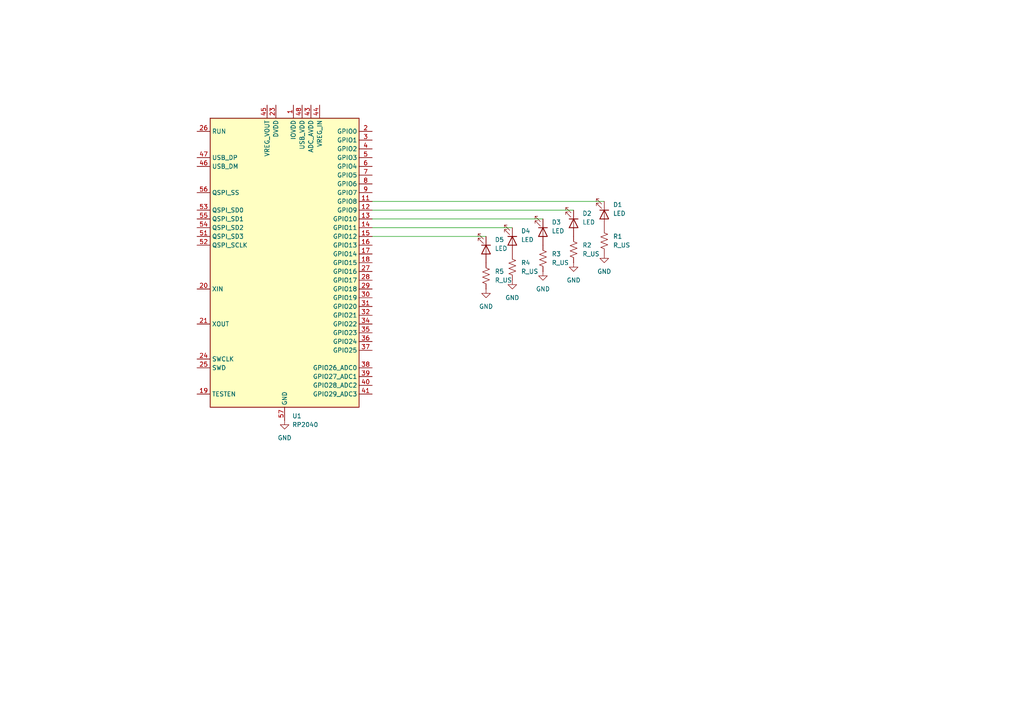
<source format=kicad_sch>
(kicad_sch (version 20231120) (generator "eeschema") (generator_version "8.0")
  (paper "A4")
  (lib_symbols
    (symbol "Device:LED" (pin_numbers hide) (pin_names (offset 1.016) hide)
      (property "Reference" "D" (at 0 2.54 0))
      (property "Value" "LED" (at 0 -2.54 0))
      (symbol "LED_0_1"
        (polyline (pts (xy -1.27 -1.27) (xy -1.27 1.27)) (stroke (width 0.254)))
        (polyline (pts (xy -1.27 0) (xy 1.27 0)))
        (polyline (pts (xy 1.27 -1.27) (xy 1.27 1.27) (xy -1.27 0) (xy 1.27 -1.27)) (stroke (width 0.254)))
        (polyline (pts (xy -3.048 -0.762) (xy -4.572 -2.286) (xy -3.81 -2.286) (xy -4.572 -2.286) (xy -4.572 -1.524)))
        (polyline (pts (xy -1.778 -0.762) (xy -3.302 -2.286) (xy -2.54 -2.286) (xy -3.302 -2.286) (xy -3.302 -1.524)))
      )
      (symbol "LED_1_1"
        (pin passive line (at -3.81 0 0) (length 2.54) (name "K") (number "1"))
        (pin passive line (at 3.81 0 180) (length 2.54) (name "A") (number "2"))
      )
    )
    (symbol "Device:R_US" (pin_numbers hide) (pin_names (offset 0))
      (property "Reference" "R" (at 2.54 0 90))
      (property "Value" "R_US" (at -2.54 0 90))
      (symbol "R_US_0_1"
        (polyline (pts (xy 0 -2.286) (xy 0 -2.54)))
        (polyline (pts (xy 0 2.286) (xy 0 2.54)))
        (polyline (pts (xy 0 -0.762) (xy 1.016 -1.143) (xy 0 -1.524) (xy -1.016 -1.905) (xy 0 -2.286)))
        (polyline (pts (xy 0 0.762) (xy 1.016 0.381) (xy 0 0) (xy -1.016 -0.381) (xy 0 -0.762)))
        (polyline (pts (xy 0 2.286) (xy 1.016 1.905) (xy 0 1.524) (xy -1.016 1.143) (xy 0 0.762)))
      )
      (symbol "R_US_1_1"
        (pin passive line (at 0 3.81 270) (length 1.27) (name "~") (number "1"))
        (pin passive line (at 0 -3.81 90) (length 1.27) (name "~") (number "2"))
      )
    )
    (symbol "MCU_RaspberryPi:RP2040"
      (property "Reference" "U" (at 17.78 45.72 0))
      (property "Value" "RP2040" (at 17.78 43.18 0))
      (symbol "RP2040_0_1"
        (rectangle (start -21.59 41.91) (end 21.59 -41.91) (stroke (width 0.254)) (fill (type background)))
      )
      (symbol "RP2040_1_1"
        (pin power_in line (at 2.54 45.72 270) (length 3.81) (name "IOVDD") (number "1"))
        (pin passive line (at 2.54 45.72 270) (length 3.81) hide (name "IOVDD") (number "10"))
        (pin bidirectional line (at 25.4 17.78 180) (length 3.81) (name "GPIO8") (number "11"))
        (pin bidirectional line (at 25.4 15.24 180) (length 3.81) (name "GPIO9") (number "12"))
        (pin bidirectional line (at 25.4 12.7 180) (length 3.81) (name "GPIO10") (number "13"))
        (pin bidirectional line (at 25.4 10.16 180) (length 3.81) (name "GPIO11") (number "14"))
        (pin bidirectional line (at 25.4 7.62 180) (length 3.81) (name "GPIO12") (number "15"))
        (pin bidirectional line (at 25.4 5.08 180) (length 3.81) (name "GPIO13") (number "16"))
        (pin bidirectional line (at 25.4 2.54 180) (length 3.81) (name "GPIO14") (number "17"))
        (pin bidirectional line (at 25.4 0 180) (length 3.81) (name "GPIO15") (number "18"))
        (pin input line (at -25.4 -38.1 0) (length 3.81) (name "TESTEN") (number "19"))
        (pin bidirectional line (at 25.4 38.1 180) (length 3.81) (name "GPIO0") (number "2"))
        (pin input line (at -25.4 -7.62 0) (length 3.81) (name "XIN") (number "20"))
        (pin passive line (at -25.4 -17.78 0) (length 3.81) (name "XOUT") (number "21"))
        (pin passive line (at 2.54 45.72 270) (length 3.81) hide (name "IOVDD") (number "22"))
        (pin power_in line (at -2.54 45.72 270) (length 3.81) (name "DVDD") (number "23"))
        (pin input line (at -25.4 -27.94 0) (length 3.81) (name "SWCLK") (number "24"))
        (pin bidirectional line (at -25.4 -30.48 0) (length 3.81) (name "SWD") (number "25"))
        (pin input line (at -25.4 38.1 0) (length 3.81) (name "RUN") (number "26"))
        (pin bidirectional line (at 25.4 -2.54 180) (length 3.81) (name "GPIO16") (number "27"))
        (pin bidirectional line (at 25.4 -5.08 180) (length 3.81) (name "GPIO17") (number "28"))
        (pin bidirectional line (at 25.4 -7.62 180) (length 3.81) (name "GPIO18") (number "29"))
        (pin bidirectional line (at 25.4 35.56 180) (length 3.81) (name "GPIO1") (number "3"))
        (pin bidirectional line (at 25.4 -10.16 180) (length 3.81) (name "GPIO19") (number "30"))
        (pin bidirectional line (at 25.4 -12.7 180) (length 3.81) (name "GPIO20") (number "31"))
        (pin bidirectional line (at 25.4 -15.24 180) (length 3.81) (name "GPIO21") (number "32"))
        (pin passive line (at 2.54 45.72 270) (length 3.81) hide (name "IOVDD") (number "33"))
        (pin bidirectional line (at 25.4 -17.78 180) (length 3.81) (name "GPIO22") (number "34"))
        (pin bidirectional line (at 25.4 -20.32 180) (length 3.81) (name "GPIO23") (number "35"))
        (pin bidirectional line (at 25.4 -22.86 180) (length 3.81) (name "GPIO24") (number "36"))
        (pin bidirectional line (at 25.4 -25.4 180) (length 3.81) (name "GPIO25") (number "37"))
        (pin bidirectional line (at 25.4 -30.48 180) (length 3.81) (name "GPIO26_ADC0") (number "38"))
        (pin bidirectional line (at 25.4 -33.02 180) (length 3.81) (name "GPIO27_ADC1") (number "39"))
        (pin bidirectional line (at 25.4 33.02 180) (length 3.81) (name "GPIO2") (number "4"))
        (pin bidirectional line (at 25.4 -35.56 180) (length 3.81) (name "GPIO28_ADC2") (number "40"))
        (pin bidirectional line (at 25.4 -38.1 180) (length 3.81) (name "GPIO29_ADC3") (number "41"))
        (pin passive line (at 2.54 45.72 270) (length 3.81) hide (name "IOVDD") (number "42"))
        (pin power_in line (at 7.62 45.72 270) (length 3.81) (name "ADC_AVDD") (number "43"))
        (pin power_in line (at 10.16 45.72 270) (length 3.81) (name "VREG_IN") (number "44"))
        (pin power_out line (at -5.08 45.72 270) (length 3.81) (name "VREG_VOUT") (number "45"))
        (pin bidirectional line (at -25.4 27.94 0) (length 3.81) (name "USB_DM") (number "46"))
        (pin bidirectional line (at -25.4 30.48 0) (length 3.81) (name "USB_DP") (number "47"))
        (pin power_in line (at 5.08 45.72 270) (length 3.81) (name "USB_VDD") (number "48"))
        (pin passive line (at 2.54 45.72 270) (length 3.81) hide (name "IOVDD") (number "49"))
        (pin bidirectional line (at 25.4 30.48 180) (length 3.81) (name "GPIO3") (number "5"))
        (pin passive line (at -2.54 45.72 270) (length 3.81) hide (name "DVDD") (number "50"))
        (pin bidirectional line (at -25.4 7.62 0) (length 3.81) (name "QSPI_SD3") (number "51"))
        (pin output line (at -25.4 5.08 0) (length 3.81) (name "QSPI_SCLK") (number "52"))
        (pin bidirectional line (at -25.4 15.24 0) (length 3.81) (name "QSPI_SD0") (number "53"))
        (pin bidirectional line (at -25.4 10.16 0) (length 3.81) (name "QSPI_SD2") (number "54"))
        (pin bidirectional line (at -25.4 12.7 0) (length 3.81) (name "QSPI_SD1") (number "55"))
        (pin bidirectional line (at -25.4 20.32 0) (length 3.81) (name "QSPI_SS") (number "56"))
        (pin power_in line (at 0 -45.72 90) (length 3.81) (name "GND") (number "57"))
        (pin bidirectional line (at 25.4 27.94 180) (length 3.81) (name "GPIO4") (number "6"))
        (pin bidirectional line (at 25.4 25.4 180) (length 3.81) (name "GPIO5") (number "7"))
        (pin bidirectional line (at 25.4 22.86 180) (length 3.81) (name "GPIO6") (number "8"))
        (pin bidirectional line (at 25.4 20.32 180) (length 3.81) (name "GPIO7") (number "9"))
      )
    )
    (symbol "power:GND" (power) (pin_numbers hide) (pin_names (offset 0) hide)
      (property "Value" "GND" (at 0 -3.81 0))
      (symbol "GND_0_1"
        (polyline (pts (xy 0 0) (xy 0 -1.27) (xy 1.27 -1.27) (xy 0 -2.54) (xy -1.27 -1.27) (xy 0 -1.27)))
      )
      (symbol "GND_1_1"
        (pin power_in line (at 0 0 270) (length 0) (name "~") (number "1"))
      )
    )
  )
  (wire (pts (xy 107.95 60.96) (xy 166.37 60.96)))
  (wire (pts (xy 107.95 68.58) (xy 140.97 68.58)))
  (wire (pts (xy 107.95 66.04) (xy 148.59 66.04)))
  (wire (pts (xy 107.95 58.42) (xy 175.26 58.42)))
  (wire (pts (xy 107.95 63.5) (xy 157.48 63.5)))
  (symbol (lib_id "Device:R_US") (at 157.48 74.93 0) (unit 1)
    (property "Reference" "R3" (at 160.02 73.6599 0) (effects (justify left)))
    (property "Value" "R_US" (at 160.02 76.1999 0) (effects (justify left)))
    (property "Description" "Resistor, US symbol" (effects (hide yes)))
  )
  (symbol (lib_id "power:GND") (at 166.37 76.2 0) (unit 1)
    (property "Reference" "#PWR03" (effects (hide yes)))
    (property "Value" "GND" (at 166.37 81.28 0))
    (property "Description" "Power symbol creates a global label with name \"GND\" , ground" (effects (hide yes)))
  )
  (symbol (lib_id "power:GND") (at 148.59 81.28 0) (unit 1)
    (property "Reference" "#PWR05" (effects (hide yes)))
    (property "Value" "GND" (at 148.59 86.36 0))
    (property "Description" "Power symbol creates a global label with name \"GND\" , ground" (effects (hide yes)))
  )
  (symbol (lib_id "MCU_RaspberryPi:RP2040") (at 82.55 76.2 0) (unit 1)
    (property "Reference" "U1" (at 84.7441 120.65 0) (effects (justify left)))
    (property "Value" "RP2040" (at 84.7441 123.19 0) (effects (justify left)))
    (property "Footprint" "Package_DFN_QFN:QFN-56-1EP_7x7mm_P0.4mm_EP3.2x3.2mm" (effects (hide yes)))
    (property "Datasheet" "https://datasheets.raspberrypi.com/rp2040/rp2040-datasheet.pdf" (effects (hide yes)))
    (property "Description" "A microcontroller by Raspberry Pi" (effects (hide yes)))
  )
  (symbol (lib_id "power:GND") (at 175.26 73.66 0) (unit 1)
    (property "Reference" "#PWR02" (effects (hide yes)))
    (property "Value" "GND" (at 175.26 78.74 0))
    (property "Description" "Power symbol creates a global label with name \"GND\" , ground" (effects (hide yes)))
  )
  (symbol (lib_id "Device:R_US") (at 148.59 77.47 0) (unit 1)
    (property "Reference" "R4" (at 151.13 76.1999 0) (effects (justify left)))
    (property "Value" "R_US" (at 151.13 78.7399 0) (effects (justify left)))
    (property "Description" "Resistor, US symbol" (effects (hide yes)))
  )
  (symbol (lib_id "Device:LED") (at 175.26 62.23 270) (unit 1)
    (property "Reference" "D1" (at 177.8 59.3724 90) (effects (justify left)))
    (property "Value" "LED" (at 177.8 61.9124 90) (effects (justify left)))
    (property "Description" "Light emitting diode" (effects (hide yes)))
  )
  (symbol (lib_id "Device:LED") (at 166.37 64.77 270) (unit 1)
    (property "Reference" "D2" (at 168.91 61.9124 90) (effects (justify left)))
    (property "Value" "LED" (at 168.91 64.4524 90) (effects (justify left)))
    (property "Description" "Light emitting diode" (effects (hide yes)))
  )
  (symbol (lib_id "Device:LED") (at 140.97 72.39 270) (unit 1)
    (property "Reference" "D5" (at 143.51 69.5324 90) (effects (justify left)))
    (property "Value" "LED" (at 143.51 72.0724 90) (effects (justify left)))
    (property "Description" "Light emitting diode" (effects (hide yes)))
  )
  (symbol (lib_id "power:GND") (at 82.55 121.92 0) (unit 1)
    (property "Reference" "#PWR01" (effects (hide yes)))
    (property "Value" "GND" (at 82.55 127 0))
    (property "Description" "Power symbol creates a global label with name \"GND\" , ground" (effects (hide yes)))
  )
  (symbol (lib_id "Device:R_US") (at 175.26 69.85 0) (unit 1)
    (property "Reference" "R1" (at 177.8 68.5799 0) (effects (justify left)))
    (property "Value" "R_US" (at 177.8 71.1199 0) (effects (justify left)))
    (property "Description" "Resistor, US symbol" (effects (hide yes)))
  )
  (symbol (lib_id "Device:LED") (at 148.59 69.85 270) (unit 1)
    (property "Reference" "D4" (at 151.13 66.9924 90) (effects (justify left)))
    (property "Value" "LED" (at 151.13 69.5324 90) (effects (justify left)))
    (property "Description" "Light emitting diode" (effects (hide yes)))
  )
  (symbol (lib_id "power:GND") (at 157.48 78.74 0) (unit 1)
    (property "Reference" "#PWR04" (effects (hide yes)))
    (property "Value" "GND" (at 157.48 83.82 0))
    (property "Description" "Power symbol creates a global label with name \"GND\" , ground" (effects (hide yes)))
  )
  (symbol (lib_id "Device:R_US") (at 166.37 72.39 0) (unit 1)
    (property "Reference" "R2" (at 168.91 71.1199 0) (effects (justify left)))
    (property "Value" "R_US" (at 168.91 73.6599 0) (effects (justify left)))
    (property "Description" "Resistor, US symbol" (effects (hide yes)))
  )
  (symbol (lib_id "power:GND") (at 140.97 83.82 0) (unit 1)
    (property "Reference" "#PWR06" (effects (hide yes)))
    (property "Value" "GND" (at 140.97 88.9 0))
    (property "Description" "Power symbol creates a global label with name \"GND\" , ground" (effects (hide yes)))
  )
  (symbol (lib_id "Device:LED") (at 157.48 67.31 270) (unit 1)
    (property "Reference" "D3" (at 160.02 64.4524 90) (effects (justify left)))
    (property "Value" "LED" (at 160.02 66.9924 90) (effects (justify left)))
    (property "Description" "Light emitting diode" (effects (hide yes)))
  )
  (symbol (lib_id "Device:R_US") (at 140.97 80.01 0) (unit 1)
    (property "Reference" "R5" (at 143.51 78.7399 0) (effects (justify left)))
    (property "Value" "R_US" (at 143.51 81.2799 0) (effects (justify left)))
    (property "Description" "Resistor, US symbol" (effects (hide yes)))
  )
)
</source>
